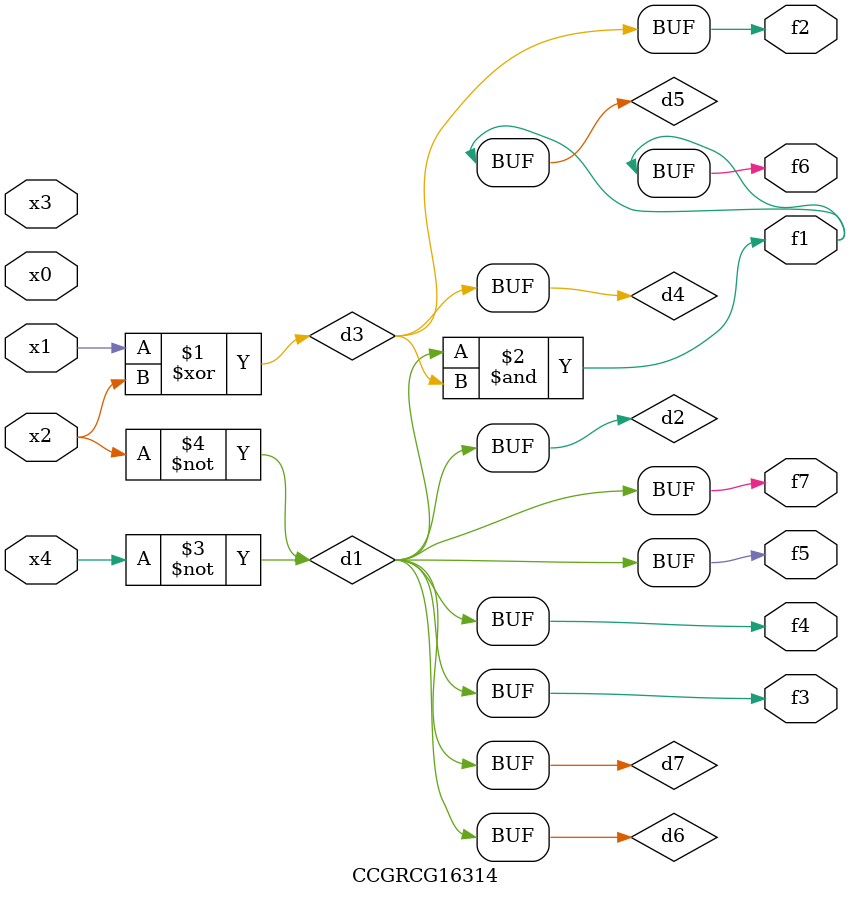
<source format=v>
module CCGRCG16314(
	input x0, x1, x2, x3, x4,
	output f1, f2, f3, f4, f5, f6, f7
);

	wire d1, d2, d3, d4, d5, d6, d7;

	not (d1, x4);
	not (d2, x2);
	xor (d3, x1, x2);
	buf (d4, d3);
	and (d5, d1, d3);
	buf (d6, d1, d2);
	buf (d7, d2);
	assign f1 = d5;
	assign f2 = d4;
	assign f3 = d7;
	assign f4 = d7;
	assign f5 = d7;
	assign f6 = d5;
	assign f7 = d7;
endmodule

</source>
